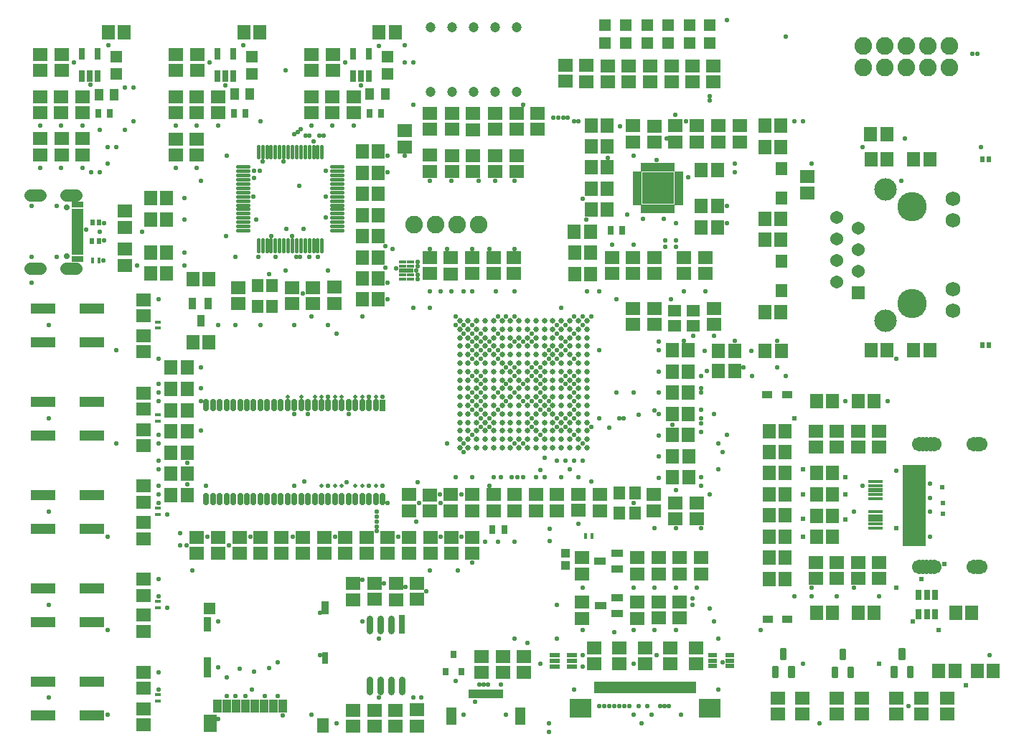
<source format=gbr>
G04 EAGLE Gerber RS-274X export*
G75*
%MOMM*%
%FSLAX34Y34*%
%LPD*%
%INSoldermask Top*%
%IPPOS*%
%AMOC8*
5,1,8,0,0,1.08239X$1,22.5*%
G01*
%ADD10R,1.703200X1.503200*%
%ADD11R,1.503200X1.703200*%
%ADD12R,1.753200X0.603200*%
%ADD13R,0.878200X0.403200*%
%ADD14R,0.603200X0.703200*%
%ADD15R,0.453200X0.703200*%
%ADD16R,1.003200X1.003200*%
%ADD17R,1.053200X0.503200*%
%ADD18R,0.503200X1.053200*%
%ADD19R,3.803200X3.803200*%
%ADD20R,1.003200X1.603200*%
%ADD21R,1.353200X0.653200*%
%ADD22R,1.553200X2.003200*%
%ADD23R,0.853200X2.343200*%
%ADD24R,0.853200X1.803200*%
%ADD25R,0.853200X1.503200*%
%ADD26R,0.803200X1.353200*%
%ADD27R,1.363200X1.703200*%
%ADD28R,1.538200X1.538200*%
%ADD29C,1.538200*%
%ADD30C,1.733200*%
%ADD31C,2.648200*%
%ADD32C,3.453200*%
%ADD33C,2.082800*%
%ADD34R,1.003200X1.403200*%
%ADD35R,1.403200X1.403200*%
%ADD36R,0.762200X0.927200*%
%ADD37C,0.353406*%
%ADD38R,2.953200X1.203200*%
%ADD39C,0.653200*%
%ADD40R,0.703200X0.453200*%
%ADD41C,1.203200*%
%ADD42R,0.503200X1.103200*%
%ADD43R,1.303200X2.003200*%
%ADD44R,0.903200X1.453200*%
%ADD45R,1.603200X1.403200*%
%ADD46R,1.403200X1.603200*%
%ADD47R,1.453200X0.903200*%
%ADD48R,2.603200X2.203200*%
%ADD49R,0.503200X1.453200*%
%ADD50R,0.983200X0.553200*%
%ADD51R,1.203200X0.953200*%
%ADD52R,2.803200X0.503200*%
%ADD53C,1.703200*%
%ADD54R,0.735200X1.275200*%
%ADD55R,0.803200X1.403200*%
%ADD56C,0.453200*%
%ADD57R,0.801200X2.208200*%
%ADD58C,0.801200*%
%ADD59R,1.203200X0.603200*%
%ADD60R,0.803200X1.003200*%
%ADD61C,1.403200*%
%ADD62R,1.353200X0.803200*%
%ADD63R,1.353200X0.503200*%
%ADD64C,0.703200*%
%ADD65R,0.689200X1.409200*%
%ADD66C,0.689200*%
%ADD67R,1.403200X1.503200*%
%ADD68C,0.556400*%
%ADD69C,0.506400*%
%ADD70C,0.606400*%


D10*
X360200Y750400D03*
X360200Y769400D03*
D11*
X439000Y704700D03*
X420000Y704700D03*
X919300Y374700D03*
X900300Y374700D03*
X919300Y350200D03*
X900300Y350200D03*
X919300Y325200D03*
X900300Y325200D03*
X919300Y300200D03*
X900300Y300200D03*
X919300Y275200D03*
X900300Y275200D03*
X919300Y250200D03*
X900300Y250200D03*
X919300Y225200D03*
X900300Y225200D03*
X919300Y200200D03*
X900300Y200200D03*
X189100Y649700D03*
X170100Y649700D03*
X189100Y624700D03*
X170100Y624700D03*
X194500Y449600D03*
X213500Y449600D03*
X194500Y424600D03*
X213500Y424600D03*
D10*
X274200Y524900D03*
X274200Y543900D03*
X337200Y524900D03*
X337200Y543900D03*
X200200Y750400D03*
X200200Y769400D03*
X224900Y750500D03*
X224900Y769500D03*
X249700Y750400D03*
X249700Y769400D03*
X384900Y750500D03*
X384900Y769500D03*
X469900Y710000D03*
X469900Y729000D03*
D11*
X859500Y445400D03*
X840500Y445400D03*
X805000Y444900D03*
X786000Y444900D03*
D10*
X674900Y281000D03*
X674900Y300000D03*
D11*
X805300Y320200D03*
X786300Y320200D03*
X805300Y344700D03*
X786300Y344700D03*
D10*
X524700Y280700D03*
X524700Y299700D03*
X524800Y579300D03*
X524800Y560300D03*
X549747Y579489D03*
X549747Y560489D03*
X409700Y750400D03*
X409700Y769400D03*
X39700Y700700D03*
X39700Y719700D03*
X475200Y280700D03*
X475200Y299700D03*
X575046Y280774D03*
X575046Y299774D03*
X90200Y700900D03*
X90200Y719900D03*
X65200Y700900D03*
X65200Y719900D03*
X40200Y750400D03*
X40200Y769400D03*
D11*
X820200Y640300D03*
X839200Y640300D03*
X914600Y469700D03*
X895600Y469700D03*
X859300Y469700D03*
X840300Y469700D03*
D10*
X739800Y734800D03*
X739800Y715800D03*
X64900Y750500D03*
X64900Y769500D03*
X824700Y560700D03*
X824700Y579700D03*
D11*
X670900Y560300D03*
X689900Y560300D03*
X670700Y585300D03*
X689700Y585300D03*
X670400Y610300D03*
X689400Y610300D03*
D10*
X599850Y280757D03*
X599850Y299757D03*
X649815Y280732D03*
X649815Y299732D03*
X624850Y280757D03*
X624850Y299757D03*
D11*
X420200Y530300D03*
X439200Y530300D03*
D10*
X161800Y529800D03*
X161800Y510800D03*
X162300Y419800D03*
X162300Y400800D03*
X89700Y750400D03*
X89700Y769400D03*
X162300Y309800D03*
X162300Y290800D03*
X162300Y199800D03*
X162300Y180800D03*
X162300Y90300D03*
X162300Y71300D03*
X250300Y249300D03*
X250300Y230300D03*
X764200Y280700D03*
X764200Y299700D03*
X484200Y26700D03*
X484200Y45700D03*
D11*
X189100Y585200D03*
X170100Y585200D03*
X239300Y553700D03*
X220300Y553700D03*
D10*
X835200Y500400D03*
X835200Y519400D03*
X765200Y500400D03*
X765200Y519400D03*
D11*
X1039000Y724700D03*
X1020000Y724700D03*
X189100Y560700D03*
X170100Y560700D03*
D10*
X944800Y674800D03*
X944800Y655800D03*
X549700Y280700D03*
X549700Y299700D03*
X744700Y206400D03*
X744700Y225400D03*
X769700Y206200D03*
X769700Y225200D03*
X679700Y206200D03*
X679700Y225200D03*
X744700Y153900D03*
X744700Y172900D03*
D11*
X439100Y679700D03*
X420100Y679700D03*
D10*
X769700Y154200D03*
X769700Y173200D03*
X679700Y153700D03*
X679700Y172700D03*
X794700Y206400D03*
X794700Y225400D03*
X819700Y206200D03*
X819700Y225200D03*
X794700Y154200D03*
X794700Y173200D03*
D11*
X1024100Y409700D03*
X1005100Y409700D03*
X974800Y409700D03*
X955800Y409700D03*
X1024100Y160200D03*
X1005100Y160200D03*
X974800Y160200D03*
X955800Y160200D03*
D10*
X955200Y200700D03*
X955200Y219700D03*
D12*
X472200Y564300D03*
D13*
X467820Y574300D03*
X467820Y569300D03*
X467820Y559300D03*
X467820Y554300D03*
X476580Y554300D03*
X476580Y559300D03*
X476580Y569300D03*
X476580Y574300D03*
D14*
X101600Y621100D03*
X109600Y621100D03*
X101300Y599100D03*
X109300Y599100D03*
D15*
X683350Y250800D03*
X690850Y250800D03*
D16*
X660100Y230500D03*
X660100Y216500D03*
D17*
X793300Y643900D03*
X793300Y648900D03*
X793300Y653900D03*
X793300Y658900D03*
X793300Y663900D03*
X793300Y668900D03*
X793300Y673900D03*
X793300Y678900D03*
D18*
X786300Y685900D03*
X781300Y685900D03*
X776300Y685900D03*
X771300Y685900D03*
X766300Y685900D03*
X761300Y685900D03*
X756300Y685900D03*
X751300Y685900D03*
D17*
X744300Y678900D03*
X744300Y673900D03*
X744300Y668900D03*
X744300Y663900D03*
X744300Y658900D03*
X744300Y653900D03*
X744300Y648900D03*
X744300Y643900D03*
D18*
X751300Y636900D03*
X756300Y636900D03*
X761300Y636900D03*
X766300Y636900D03*
X771300Y636900D03*
X776300Y636900D03*
X781300Y636900D03*
X786300Y636900D03*
D19*
X768800Y661400D03*
D20*
X326450Y50400D03*
X315440Y50400D03*
X304440Y50400D03*
X293440Y50400D03*
X282440Y50400D03*
X271440Y50400D03*
X260440Y50400D03*
X249440Y50400D03*
D21*
X239790Y168650D03*
X239790Y162050D03*
D22*
X240800Y29900D03*
D23*
X237290Y96200D03*
D24*
X237290Y147000D03*
D25*
X376300Y166400D03*
D26*
X376550Y107150D03*
D27*
X373740Y27400D03*
D28*
X1004900Y538100D03*
D29*
X979500Y550800D03*
X1004900Y563500D03*
X979500Y576200D03*
X1004900Y588900D03*
X979500Y601600D03*
X1004900Y614300D03*
X979500Y627000D03*
D30*
X1117400Y516350D03*
X1117400Y541750D03*
X1117400Y648850D03*
X1117400Y623450D03*
D31*
X1037900Y505150D03*
X1037900Y660050D03*
D32*
X1068400Y639750D03*
X1068400Y525450D03*
D33*
X557495Y618508D03*
X532095Y618508D03*
X506695Y618508D03*
X481295Y618508D03*
X1112997Y828994D03*
X1112997Y803594D03*
X1087597Y828994D03*
X1087597Y803594D03*
X1062197Y828994D03*
X1062197Y803594D03*
X1036797Y828994D03*
X1036797Y803594D03*
X1011397Y828994D03*
X1011397Y803594D03*
D34*
X109500Y771800D03*
X127500Y771800D03*
X269500Y772300D03*
X287500Y772300D03*
D35*
X450100Y816900D03*
X450100Y795900D03*
X706200Y832500D03*
X706200Y853500D03*
X730700Y832500D03*
X730700Y853500D03*
X756200Y832500D03*
X756200Y853500D03*
X780700Y832500D03*
X780700Y853500D03*
X806200Y832500D03*
X806200Y853500D03*
X830200Y832400D03*
X830200Y853400D03*
X130100Y816900D03*
X130100Y795900D03*
X290100Y816900D03*
X290100Y795900D03*
D36*
X518300Y91260D03*
X537300Y91260D03*
X527800Y110940D03*
D37*
X909849Y95899D02*
X909849Y85101D01*
X905351Y85101D01*
X905351Y95899D01*
X909849Y95899D01*
X909849Y88458D02*
X905351Y88458D01*
X905351Y91815D02*
X909849Y91815D01*
X909849Y95172D02*
X905351Y95172D01*
X928849Y95899D02*
X928849Y85101D01*
X924351Y85101D01*
X924351Y95899D01*
X928849Y95899D01*
X928849Y88458D02*
X924351Y88458D01*
X924351Y91815D02*
X928849Y91815D01*
X928849Y95172D02*
X924351Y95172D01*
X919349Y106301D02*
X919349Y117099D01*
X919349Y106301D02*
X914851Y106301D01*
X914851Y117099D01*
X919349Y117099D01*
X919349Y109658D02*
X914851Y109658D01*
X914851Y113015D02*
X919349Y113015D01*
X919349Y116372D02*
X914851Y116372D01*
X1049849Y95699D02*
X1049849Y84901D01*
X1045351Y84901D01*
X1045351Y95699D01*
X1049849Y95699D01*
X1049849Y88258D02*
X1045351Y88258D01*
X1045351Y91615D02*
X1049849Y91615D01*
X1049849Y94972D02*
X1045351Y94972D01*
X1068849Y95699D02*
X1068849Y84901D01*
X1064351Y84901D01*
X1064351Y95699D01*
X1068849Y95699D01*
X1068849Y88258D02*
X1064351Y88258D01*
X1064351Y91615D02*
X1068849Y91615D01*
X1068849Y94972D02*
X1064351Y94972D01*
X1059349Y106101D02*
X1059349Y116899D01*
X1059349Y106101D02*
X1054851Y106101D01*
X1054851Y116899D01*
X1059349Y116899D01*
X1059349Y109458D02*
X1054851Y109458D01*
X1054851Y112815D02*
X1059349Y112815D01*
X1059349Y116172D02*
X1054851Y116172D01*
X979849Y95499D02*
X979849Y84701D01*
X975351Y84701D01*
X975351Y95499D01*
X979849Y95499D01*
X979849Y88058D02*
X975351Y88058D01*
X975351Y91415D02*
X979849Y91415D01*
X979849Y94772D02*
X975351Y94772D01*
X998849Y95499D02*
X998849Y84701D01*
X994351Y84701D01*
X994351Y95499D01*
X998849Y95499D01*
X998849Y88058D02*
X994351Y88058D01*
X994351Y91415D02*
X998849Y91415D01*
X998849Y94772D02*
X994351Y94772D01*
X989349Y105901D02*
X989349Y116699D01*
X989349Y105901D02*
X984851Y105901D01*
X984851Y116699D01*
X989349Y116699D01*
X989349Y109258D02*
X984851Y109258D01*
X984851Y112615D02*
X989349Y112615D01*
X989349Y115972D02*
X984851Y115972D01*
D11*
X439100Y554700D03*
X420100Y554700D03*
D10*
X140200Y615400D03*
X140200Y634400D03*
D11*
X1039300Y695200D03*
X1020300Y695200D03*
D10*
X764700Y715700D03*
X764700Y734700D03*
D11*
X1039300Y470200D03*
X1020300Y470200D03*
D10*
X799800Y579800D03*
X799800Y560800D03*
D11*
X914300Y515200D03*
X895300Y515200D03*
X914300Y600200D03*
X895300Y600200D03*
X914300Y625200D03*
X895300Y625200D03*
X914300Y710200D03*
X895300Y710200D03*
D10*
X814800Y734800D03*
X814800Y715800D03*
X789800Y734800D03*
X789800Y715800D03*
X140200Y570400D03*
X140200Y589400D03*
D11*
X690200Y735300D03*
X709200Y735300D03*
X690200Y685800D03*
X709200Y685800D03*
X690200Y660800D03*
X709200Y660800D03*
X690200Y636300D03*
X709200Y636300D03*
D10*
X739700Y500700D03*
X739700Y519700D03*
X765200Y560700D03*
X765200Y579700D03*
D11*
X690200Y710800D03*
X709200Y710800D03*
D10*
X865300Y734800D03*
X865300Y715800D03*
X840300Y734800D03*
X840300Y715800D03*
X753700Y100200D03*
X753700Y119200D03*
D11*
X459100Y845200D03*
X440100Y845200D03*
D10*
X723700Y100200D03*
X723700Y119200D03*
X693700Y100200D03*
X693700Y119200D03*
X783700Y100200D03*
X783700Y119200D03*
X813700Y100200D03*
X813700Y119200D03*
X955200Y355700D03*
X955200Y374700D03*
X980200Y355700D03*
X980200Y374700D03*
X1005200Y355700D03*
X1005200Y374700D03*
X1030200Y355700D03*
X1030200Y374700D03*
D11*
X974800Y325200D03*
X955800Y325200D03*
X974800Y300200D03*
X955800Y300200D03*
D10*
X789700Y270900D03*
X789700Y289900D03*
D11*
X974800Y274700D03*
X955800Y274700D03*
X974800Y249700D03*
X955800Y249700D03*
D10*
X1030200Y200700D03*
X1030200Y219700D03*
X979800Y219800D03*
X979800Y200800D03*
X1005300Y219800D03*
X1005300Y200800D03*
D11*
X1119300Y91700D03*
X1100300Y91700D03*
X1139300Y160200D03*
X1120300Y160200D03*
X1145700Y91800D03*
X1164700Y91800D03*
D10*
X1110200Y40700D03*
X1110200Y59700D03*
X1009700Y40700D03*
X1009700Y59700D03*
X714800Y579600D03*
X714800Y560600D03*
X939700Y40700D03*
X939700Y59700D03*
X1050200Y40700D03*
X1050200Y59700D03*
X979700Y40700D03*
X979700Y59700D03*
X910200Y40700D03*
X910200Y59700D03*
X1079700Y40700D03*
X1079700Y59700D03*
X739800Y579600D03*
X739800Y560600D03*
D11*
X139300Y845700D03*
X120300Y845700D03*
X299300Y845200D03*
X280300Y845200D03*
D10*
X627200Y730900D03*
X627200Y749900D03*
X709700Y786900D03*
X709700Y805900D03*
X659700Y787400D03*
X659700Y806400D03*
X684800Y806100D03*
X684800Y787100D03*
X362200Y525100D03*
X362200Y544100D03*
X734800Y805600D03*
X734800Y786600D03*
X759800Y805600D03*
X759800Y786600D03*
X784800Y805600D03*
X784800Y786600D03*
X809800Y805600D03*
X809800Y786600D03*
X834300Y805600D03*
X834300Y786600D03*
X161800Y487100D03*
X161800Y468100D03*
X162300Y376600D03*
X162300Y357600D03*
X162300Y266600D03*
X162300Y247600D03*
X162300Y157600D03*
X162300Y138600D03*
X162300Y47100D03*
X162300Y28100D03*
X387200Y525300D03*
X387200Y544300D03*
X300300Y249600D03*
X300300Y230600D03*
X350300Y249600D03*
X350300Y230600D03*
X400300Y249600D03*
X400300Y230600D03*
X450300Y249600D03*
X450300Y230600D03*
X500300Y249600D03*
X500300Y230600D03*
X224800Y249600D03*
X224800Y230600D03*
X700200Y280900D03*
X700200Y299900D03*
X602200Y730900D03*
X602200Y749900D03*
X576700Y730900D03*
X576700Y749900D03*
X360200Y800200D03*
X360200Y819200D03*
X525700Y730900D03*
X525700Y749900D03*
X499700Y730900D03*
X499700Y749900D03*
X602200Y680900D03*
X602200Y699900D03*
X576700Y680900D03*
X576700Y699900D03*
X525700Y680900D03*
X525700Y699900D03*
X499700Y681400D03*
X499700Y700400D03*
X375300Y249600D03*
X375300Y230600D03*
X425300Y249600D03*
X425300Y230600D03*
X475300Y249600D03*
X475300Y230600D03*
X385200Y800200D03*
X385200Y819200D03*
X525300Y249600D03*
X525300Y230600D03*
X459300Y45600D03*
X459300Y26600D03*
X434300Y45600D03*
X434300Y26600D03*
X459700Y175900D03*
X459700Y194900D03*
X409200Y175900D03*
X409200Y194900D03*
X434800Y195100D03*
X434800Y176100D03*
X484300Y195100D03*
X484300Y176100D03*
X409200Y26400D03*
X409200Y45400D03*
X560800Y109100D03*
X560800Y90100D03*
X610700Y89900D03*
X610700Y108900D03*
X40200Y800200D03*
X40200Y819200D03*
X585800Y109100D03*
X585800Y90100D03*
X65200Y800200D03*
X65200Y819200D03*
X200200Y800200D03*
X200200Y819200D03*
D11*
X239100Y479200D03*
X220100Y479200D03*
D10*
X225200Y800400D03*
X225200Y819400D03*
D11*
X439100Y604700D03*
X420100Y604700D03*
X439100Y629700D03*
X420100Y629700D03*
X439100Y654700D03*
X420100Y654700D03*
X439100Y579200D03*
X420100Y579200D03*
X1089600Y470200D03*
X1070600Y470200D03*
X1089600Y695200D03*
X1070600Y695200D03*
X839300Y615200D03*
X820300Y615200D03*
X839100Y682700D03*
X820100Y682700D03*
X914100Y735200D03*
X895100Y735200D03*
D10*
X550100Y249500D03*
X550100Y230500D03*
D38*
X101050Y479100D03*
X43550Y479100D03*
X101050Y519100D03*
X43550Y519100D03*
X101250Y369100D03*
X43750Y369100D03*
X101250Y409100D03*
X43750Y409100D03*
X100950Y259100D03*
X43450Y259100D03*
X100950Y299100D03*
X43450Y299100D03*
X101150Y149100D03*
X43650Y149100D03*
X101150Y189100D03*
X43650Y189100D03*
X101350Y39100D03*
X43850Y39100D03*
X101350Y79100D03*
X43850Y79100D03*
D39*
X535000Y505000D03*
X545000Y505000D03*
X555000Y505000D03*
X565000Y505000D03*
X575000Y505000D03*
X585000Y505000D03*
X595000Y505000D03*
X605000Y505000D03*
X615000Y505000D03*
X625000Y505000D03*
X635000Y505000D03*
X645000Y505000D03*
X655000Y505000D03*
X665000Y505000D03*
X675000Y505000D03*
X685000Y505000D03*
X535000Y495000D03*
X545000Y495000D03*
X555000Y495000D03*
X565000Y495000D03*
X575000Y495000D03*
X585000Y495000D03*
X595000Y495000D03*
X605000Y495000D03*
X615000Y495000D03*
X625000Y495000D03*
X635000Y495000D03*
X645000Y495000D03*
X655000Y495000D03*
X665000Y495000D03*
X675000Y495000D03*
X685000Y495000D03*
X535000Y485000D03*
X545000Y485000D03*
X555000Y485000D03*
X565000Y485000D03*
X575000Y485000D03*
X585000Y485000D03*
X595000Y485000D03*
X605000Y485000D03*
X615000Y485000D03*
X625000Y485000D03*
X635000Y485000D03*
X645000Y485000D03*
X655000Y485000D03*
X665000Y485000D03*
X675000Y485000D03*
X685000Y485000D03*
X535000Y475000D03*
X545000Y475000D03*
X555000Y475000D03*
X565000Y475000D03*
X575000Y475000D03*
X585000Y475000D03*
X595000Y475000D03*
X605000Y475000D03*
X615000Y475000D03*
X625000Y475000D03*
X635000Y475000D03*
X645000Y475000D03*
X655000Y475000D03*
X665000Y475000D03*
X675000Y475000D03*
X685000Y475000D03*
X535000Y465000D03*
X545000Y465000D03*
X555000Y465000D03*
X565000Y465000D03*
X575000Y465000D03*
X585000Y465000D03*
X595000Y465000D03*
X605000Y465000D03*
X615000Y465000D03*
X625000Y465000D03*
X635000Y465000D03*
X645000Y465000D03*
X655000Y465000D03*
X665000Y465000D03*
X675000Y465000D03*
X685000Y465000D03*
X535000Y455000D03*
X545000Y455000D03*
X555000Y455000D03*
X565000Y455000D03*
X575000Y455000D03*
X585000Y455000D03*
X595000Y455000D03*
X605000Y455000D03*
X615000Y455000D03*
X625000Y455000D03*
X635000Y455000D03*
X645000Y455000D03*
X655000Y455000D03*
X665000Y455000D03*
X675000Y455000D03*
X685000Y455000D03*
X535000Y445000D03*
X545000Y445000D03*
X555000Y445000D03*
X565000Y445000D03*
X575000Y445000D03*
X585000Y445000D03*
X595000Y445000D03*
X605000Y445000D03*
X615000Y445000D03*
X625000Y445000D03*
X635000Y445000D03*
X645000Y445000D03*
X655000Y445000D03*
X665000Y445000D03*
X675000Y445000D03*
X685000Y445000D03*
X535000Y435000D03*
X545000Y435000D03*
X555000Y435000D03*
X565000Y435000D03*
X575000Y435000D03*
X585000Y435000D03*
X595000Y435000D03*
X605000Y435000D03*
X615000Y435000D03*
X625000Y435000D03*
X635000Y435000D03*
X645000Y435000D03*
X655000Y435000D03*
X665000Y435000D03*
X675000Y435000D03*
X685000Y435000D03*
X535000Y425000D03*
X545000Y425000D03*
X555000Y425000D03*
X565000Y425000D03*
X575000Y425000D03*
X585000Y425000D03*
X595000Y425000D03*
X605000Y425000D03*
X615000Y425000D03*
X625000Y425000D03*
X635000Y425000D03*
X645000Y425000D03*
X655000Y425000D03*
X665000Y425000D03*
X675000Y425000D03*
X685000Y425000D03*
X535000Y415000D03*
X545000Y415000D03*
X555000Y415000D03*
X565000Y415000D03*
X575000Y415000D03*
X585000Y415000D03*
X595000Y415000D03*
X605000Y415000D03*
X615000Y415000D03*
X625000Y415000D03*
X635000Y415000D03*
X645000Y415000D03*
X655000Y415000D03*
X665000Y415000D03*
X675000Y415000D03*
X685000Y415000D03*
X535000Y405000D03*
X545000Y405000D03*
X555000Y405000D03*
X565000Y405000D03*
X575000Y405000D03*
X585000Y405000D03*
X595000Y405000D03*
X605000Y405000D03*
X615000Y405000D03*
X625000Y405000D03*
X635000Y405000D03*
X645000Y405000D03*
X655000Y405000D03*
X665000Y405000D03*
X675000Y405000D03*
X685000Y405000D03*
X535000Y395000D03*
X545000Y395000D03*
X555000Y395000D03*
X565000Y395000D03*
X575000Y395000D03*
X585000Y395000D03*
X595000Y395000D03*
X605000Y395000D03*
X615000Y395000D03*
X625000Y395000D03*
X635000Y395000D03*
X645000Y395000D03*
X655000Y395000D03*
X665000Y395000D03*
X675000Y395000D03*
X685000Y395000D03*
X535000Y385000D03*
X545000Y385000D03*
X555000Y385000D03*
X565000Y385000D03*
X575000Y385000D03*
X585000Y385000D03*
X595000Y385000D03*
X605000Y385000D03*
X615000Y385000D03*
X625000Y385000D03*
X635000Y385000D03*
X645000Y385000D03*
X655000Y385000D03*
X665000Y385000D03*
X675000Y385000D03*
X685000Y385000D03*
X535000Y375000D03*
X545000Y375000D03*
X555000Y375000D03*
X565000Y375000D03*
X575000Y375000D03*
X585000Y375000D03*
X595000Y375000D03*
X605000Y375000D03*
X615000Y375000D03*
X625000Y375000D03*
X635000Y375000D03*
X645000Y375000D03*
X655000Y375000D03*
X665000Y375000D03*
X675000Y375000D03*
X685000Y375000D03*
X535000Y365000D03*
X545000Y365000D03*
X555000Y365000D03*
X565000Y365000D03*
X575000Y365000D03*
X585000Y365000D03*
X595000Y365000D03*
X605000Y365000D03*
X615000Y365000D03*
X625000Y365000D03*
X635000Y365000D03*
X645000Y365000D03*
X655000Y365000D03*
X665000Y365000D03*
X675000Y365000D03*
X685000Y365000D03*
X535000Y355000D03*
X545000Y355000D03*
X555000Y355000D03*
X565000Y355000D03*
X575000Y355000D03*
X585000Y355000D03*
X595000Y355000D03*
X605000Y355000D03*
X615000Y355000D03*
X625000Y355000D03*
X635000Y355000D03*
X645000Y355000D03*
X655000Y355000D03*
X665000Y355000D03*
X675000Y355000D03*
X685000Y355000D03*
D40*
X178900Y173750D03*
X178900Y166250D03*
X178900Y63650D03*
X178900Y56150D03*
D41*
X551300Y775100D03*
X551300Y851300D03*
X525900Y775100D03*
X525900Y851300D03*
X500500Y775100D03*
X500500Y851300D03*
X576700Y775100D03*
X576700Y851300D03*
X602100Y775100D03*
X602100Y851300D03*
D42*
X548400Y64700D03*
X553400Y64700D03*
X558400Y64700D03*
X563400Y64700D03*
X568400Y64700D03*
X573400Y64700D03*
X578400Y64700D03*
X583400Y64700D03*
D43*
X525400Y38200D03*
X606400Y38200D03*
D44*
X219500Y525100D03*
X238500Y525100D03*
X229500Y505100D03*
D45*
X810750Y516450D03*
X810750Y498950D03*
X788250Y498950D03*
X788250Y516450D03*
D46*
X914600Y650100D03*
X914600Y684700D03*
X914400Y575100D03*
X914400Y540500D03*
D47*
X720800Y211600D03*
X720800Y230600D03*
X700800Y221100D03*
X721100Y159100D03*
X721100Y178100D03*
X701100Y168600D03*
D48*
X830400Y47300D03*
X677400Y47300D03*
D49*
X761400Y72400D03*
X766400Y72400D03*
X771400Y72400D03*
X776400Y72400D03*
X781400Y72400D03*
X786400Y72400D03*
X791400Y72400D03*
X796400Y72400D03*
X801400Y72400D03*
X806400Y72400D03*
X711400Y72400D03*
X716400Y72400D03*
X721400Y72400D03*
X726400Y72400D03*
X731400Y72400D03*
X736400Y72400D03*
X741400Y72400D03*
X746400Y72400D03*
X751400Y72400D03*
X756400Y72400D03*
X706400Y72400D03*
X811400Y72400D03*
X701400Y72400D03*
X696400Y72400D03*
D50*
X833600Y110400D03*
X833600Y103900D03*
X833600Y97400D03*
X853600Y97400D03*
X853600Y103900D03*
X853600Y110400D03*
D51*
X921630Y417300D03*
X898170Y417300D03*
X921730Y152300D03*
X898270Y152300D03*
D52*
X1071000Y287000D03*
X1071000Y282000D03*
X1071000Y277000D03*
X1071000Y272000D03*
X1071000Y267000D03*
X1071000Y262000D03*
X1071000Y257000D03*
X1071000Y252000D03*
X1071000Y247000D03*
X1071000Y242000D03*
X1071000Y292000D03*
X1071000Y297000D03*
X1071000Y302000D03*
X1071000Y307000D03*
X1071000Y312000D03*
X1071000Y317000D03*
X1071000Y322000D03*
X1071000Y327000D03*
X1071000Y332000D03*
D53*
X1086000Y214500D03*
X1077000Y214500D03*
X1095000Y214500D03*
X1090500Y214500D03*
X1081500Y214500D03*
X1145500Y214500D03*
X1141500Y214500D03*
X1149500Y214500D03*
X1086000Y359500D03*
X1077000Y359500D03*
X1095000Y359500D03*
X1090500Y359500D03*
X1081500Y359500D03*
X1145500Y359500D03*
X1141500Y359500D03*
X1149500Y359500D03*
D54*
X1095800Y181690D03*
X1086300Y181690D03*
X1076800Y181690D03*
X1076800Y158710D03*
X1086300Y158710D03*
X1095800Y158710D03*
D55*
X428300Y819500D03*
X409300Y819500D03*
X409300Y793500D03*
X418800Y793500D03*
X428300Y793500D03*
X108200Y820000D03*
X89200Y820000D03*
X89200Y794000D03*
X98700Y794000D03*
X108200Y794000D03*
X268100Y819500D03*
X249100Y819500D03*
X249100Y793500D03*
X258600Y793500D03*
X268100Y793500D03*
D15*
X101850Y575900D03*
X109350Y575900D03*
D40*
X178900Y503550D03*
X178900Y496050D03*
X178900Y393950D03*
X178900Y386450D03*
X178900Y283850D03*
X178900Y276350D03*
D56*
X273050Y611600D02*
X286050Y611600D01*
X286050Y616600D02*
X273050Y616600D01*
X273050Y621600D02*
X286050Y621600D01*
X286050Y626600D02*
X273050Y626600D01*
X273050Y631600D02*
X286050Y631600D01*
X286050Y636600D02*
X273050Y636600D01*
X273050Y641600D02*
X286050Y641600D01*
X286050Y646600D02*
X273050Y646600D01*
X273050Y651600D02*
X286050Y651600D01*
X286050Y656600D02*
X273050Y656600D01*
X273050Y661600D02*
X286050Y661600D01*
X286050Y666600D02*
X273050Y666600D01*
X273050Y671600D02*
X286050Y671600D01*
X286050Y676600D02*
X273050Y676600D01*
X273050Y681600D02*
X286050Y681600D01*
X286050Y686600D02*
X273050Y686600D01*
X297300Y697850D02*
X297300Y710850D01*
X302300Y710850D02*
X302300Y697850D01*
X307300Y697850D02*
X307300Y710850D01*
X312300Y710850D02*
X312300Y697850D01*
X317300Y697850D02*
X317300Y710850D01*
X322300Y710850D02*
X322300Y697850D01*
X327300Y697850D02*
X327300Y710850D01*
X332300Y710850D02*
X332300Y697850D01*
X337300Y697850D02*
X337300Y710850D01*
X342300Y710850D02*
X342300Y697850D01*
X347300Y697850D02*
X347300Y710850D01*
X352300Y710850D02*
X352300Y697850D01*
X357300Y697850D02*
X357300Y710850D01*
X362300Y710850D02*
X362300Y697850D01*
X367300Y697850D02*
X367300Y710850D01*
X372300Y710850D02*
X372300Y697850D01*
X383550Y686600D02*
X396550Y686600D01*
X396550Y681600D02*
X383550Y681600D01*
X383550Y676600D02*
X396550Y676600D01*
X396550Y671600D02*
X383550Y671600D01*
X383550Y666600D02*
X396550Y666600D01*
X396550Y661600D02*
X383550Y661600D01*
X383550Y656600D02*
X396550Y656600D01*
X396550Y651600D02*
X383550Y651600D01*
X383550Y646600D02*
X396550Y646600D01*
X396550Y641600D02*
X383550Y641600D01*
X383550Y636600D02*
X396550Y636600D01*
X396550Y631600D02*
X383550Y631600D01*
X383550Y626600D02*
X396550Y626600D01*
X396550Y621600D02*
X383550Y621600D01*
X383550Y616600D02*
X396550Y616600D01*
X396550Y611600D02*
X383550Y611600D01*
X372300Y600350D02*
X372300Y587350D01*
X367300Y587350D02*
X367300Y600350D01*
X362300Y600350D02*
X362300Y587350D01*
X357300Y587350D02*
X357300Y600350D01*
X352300Y600350D02*
X352300Y587350D01*
X347300Y587350D02*
X347300Y600350D01*
X342300Y600350D02*
X342300Y587350D01*
X337300Y587350D02*
X337300Y600350D01*
X332300Y600350D02*
X332300Y587350D01*
X327300Y587350D02*
X327300Y600350D01*
X322300Y600350D02*
X322300Y587350D01*
X317300Y587350D02*
X317300Y600350D01*
X312300Y600350D02*
X312300Y587350D01*
X307300Y587350D02*
X307300Y600350D01*
X302300Y600350D02*
X302300Y587350D01*
X297300Y587350D02*
X297300Y600350D01*
D57*
X467250Y146500D03*
D58*
X454550Y153535D02*
X454550Y139465D01*
X441850Y139465D02*
X441850Y153535D01*
X429150Y153535D02*
X429150Y139465D01*
X429150Y81535D02*
X429150Y67465D01*
X441850Y67465D02*
X441850Y81535D01*
X454550Y81535D02*
X454550Y67465D01*
X467250Y67465D02*
X467250Y81535D01*
D59*
X647500Y110100D03*
X647500Y103600D03*
X647500Y97100D03*
X667500Y97100D03*
X667500Y103600D03*
X667500Y110100D03*
D10*
X325000Y230500D03*
X325000Y249500D03*
X275500Y230500D03*
X275500Y249500D03*
D60*
X428500Y749500D03*
X442500Y749500D03*
X108500Y749500D03*
X122500Y749500D03*
X268500Y749500D03*
X282500Y749500D03*
D34*
X429000Y772500D03*
X447000Y772500D03*
D14*
X1151500Y476500D03*
X1159500Y476500D03*
X1151500Y695000D03*
X1159500Y695000D03*
D12*
X1025500Y305000D03*
D13*
X1021120Y315000D03*
X1021120Y310000D03*
X1021120Y300000D03*
X1021120Y295000D03*
X1029880Y295000D03*
X1029880Y300000D03*
X1029880Y310000D03*
X1029880Y315000D03*
D12*
X1025500Y270000D03*
D13*
X1021120Y280000D03*
X1021120Y275000D03*
X1021120Y265000D03*
X1021120Y260000D03*
X1029880Y260000D03*
X1029880Y265000D03*
X1029880Y275000D03*
X1029880Y280000D03*
D61*
X82500Y653200D02*
X70500Y653200D01*
X70500Y566800D02*
X82500Y566800D01*
X40500Y653200D02*
X28500Y653200D01*
X28500Y566800D02*
X40500Y566800D01*
D62*
X84250Y642000D03*
X84250Y578000D03*
X84250Y634000D03*
X84250Y586000D03*
D63*
X84250Y627500D03*
X84250Y592500D03*
X84250Y622500D03*
X84250Y597500D03*
X84250Y617500D03*
X84250Y602500D03*
X84250Y612500D03*
X84250Y607500D03*
D64*
X71500Y639000D03*
X71500Y581000D03*
D11*
X805000Y370000D03*
X786000Y370000D03*
X805000Y420000D03*
X786000Y420000D03*
D10*
X500000Y280500D03*
X500000Y299500D03*
X225000Y700500D03*
X225000Y719500D03*
X500000Y579500D03*
X500000Y560500D03*
D11*
X805000Y470000D03*
X786000Y470000D03*
X804813Y395095D03*
X785813Y395095D03*
D10*
X200000Y700500D03*
X200000Y719500D03*
X575000Y579500D03*
X575000Y560500D03*
D60*
X727000Y611500D03*
X713000Y611500D03*
X573500Y258500D03*
X587500Y258500D03*
D65*
X444000Y405300D03*
D66*
X436000Y408900D02*
X436000Y401700D01*
X428000Y401700D02*
X428000Y408900D01*
X420000Y408900D02*
X420000Y401700D01*
X412000Y401700D02*
X412000Y408900D01*
X404000Y408900D02*
X404000Y401700D01*
X396000Y401700D02*
X396000Y408900D01*
X388000Y408900D02*
X388000Y401700D01*
X380000Y401700D02*
X380000Y408900D01*
X372000Y408900D02*
X372000Y401700D01*
X364000Y401700D02*
X364000Y408900D01*
X356000Y408900D02*
X356000Y401700D01*
X348000Y401700D02*
X348000Y408900D01*
X340000Y408900D02*
X340000Y401700D01*
X332000Y401700D02*
X332000Y408900D01*
X324000Y408900D02*
X324000Y401700D01*
X316000Y401700D02*
X316000Y408900D01*
X308000Y408900D02*
X308000Y401700D01*
X300000Y401700D02*
X300000Y408900D01*
X292000Y408900D02*
X292000Y401700D01*
X284000Y401700D02*
X284000Y408900D01*
X276000Y408900D02*
X276000Y401700D01*
X268000Y401700D02*
X268000Y408900D01*
X260000Y408900D02*
X260000Y401700D01*
X252000Y401700D02*
X252000Y408900D01*
X244000Y408900D02*
X244000Y401700D01*
X236000Y401700D02*
X236000Y408900D01*
X236000Y298300D02*
X236000Y291100D01*
X244000Y291100D02*
X244000Y298300D01*
X252000Y298300D02*
X252000Y291100D01*
X260000Y291100D02*
X260000Y298300D01*
X268000Y298300D02*
X268000Y291100D01*
X276000Y291100D02*
X276000Y298300D01*
X284000Y298300D02*
X284000Y291100D01*
X292000Y291100D02*
X292000Y298300D01*
X300000Y298300D02*
X300000Y291100D01*
X308000Y291100D02*
X308000Y298300D01*
X316000Y298300D02*
X316000Y291100D01*
X324000Y291100D02*
X324000Y298300D01*
X332000Y298300D02*
X332000Y291100D01*
X340000Y291100D02*
X340000Y298300D01*
X348000Y298300D02*
X348000Y291100D01*
X356000Y291100D02*
X356000Y298300D01*
X364000Y298300D02*
X364000Y291100D01*
X372000Y291100D02*
X372000Y298300D01*
X380000Y298300D02*
X380000Y291100D01*
X388000Y291100D02*
X388000Y298300D01*
X396000Y298300D02*
X396000Y291100D01*
X404000Y291100D02*
X404000Y298300D01*
X412000Y298300D02*
X412000Y291100D01*
X420000Y291100D02*
X420000Y298300D01*
X428000Y298300D02*
X428000Y291100D01*
X436000Y291100D02*
X436000Y298300D01*
X444000Y298300D02*
X444000Y291100D01*
D10*
X599000Y579500D03*
X599000Y560500D03*
D11*
X194500Y399500D03*
X213500Y399500D03*
X194500Y374500D03*
X213500Y374500D03*
X194500Y349500D03*
X213500Y349500D03*
X194500Y324500D03*
X213500Y324500D03*
X194500Y299500D03*
X213500Y299500D03*
D10*
X551000Y730500D03*
X551000Y749500D03*
X551000Y681000D03*
X551000Y700000D03*
X815000Y271000D03*
X815000Y290000D03*
D67*
X314000Y546500D03*
X314000Y522000D03*
X297000Y522000D03*
X297000Y546500D03*
D46*
X723000Y302000D03*
X723000Y278000D03*
X742000Y302000D03*
X742000Y278000D03*
D68*
X40000Y735500D03*
X64500Y735500D03*
X90000Y735500D03*
X40000Y685500D03*
X65000Y685500D03*
X90000Y685500D03*
X120500Y830000D03*
X280000Y830000D03*
X440000Y829500D03*
X400000Y810000D03*
X419000Y783000D03*
X240000Y810000D03*
X258500Y783000D03*
X99000Y783500D03*
X80000Y810000D03*
X200500Y735000D03*
X225000Y735000D03*
X250000Y735000D03*
X200000Y685000D03*
X225000Y685000D03*
X360500Y735000D03*
X385000Y735000D03*
X410000Y735000D03*
X30000Y640000D03*
X60000Y640000D03*
X30000Y580000D03*
X60000Y580000D03*
X115500Y620000D03*
X115500Y600000D03*
X160000Y610000D03*
X115000Y576000D03*
X210000Y650000D03*
X210000Y624500D03*
X210000Y585000D03*
X210000Y570000D03*
X292500Y673000D03*
X302500Y692500D03*
X362500Y716500D03*
X377500Y651500D03*
X760000Y650000D03*
X780000Y650000D03*
X760000Y670000D03*
X780000Y670000D03*
X180000Y530000D03*
X180000Y420000D03*
X180000Y310000D03*
X180000Y200000D03*
X180000Y90000D03*
X180000Y460000D03*
X180000Y430000D03*
X180000Y410000D03*
X180000Y360000D03*
X180000Y340000D03*
X180000Y330000D03*
X180000Y300000D03*
X180000Y290000D03*
X180000Y180000D03*
X180000Y70000D03*
X540000Y360000D03*
X550000Y370000D03*
X560000Y380000D03*
X570000Y390000D03*
X580000Y400000D03*
X600000Y420000D03*
X600000Y440000D03*
X620000Y440000D03*
X610000Y430000D03*
X580000Y460000D03*
X580000Y470000D03*
X540000Y500000D03*
X550000Y490000D03*
X560000Y480000D03*
X640000Y460000D03*
X650000Y470000D03*
X660000Y480000D03*
X670000Y490000D03*
X680000Y500000D03*
X640000Y400000D03*
X650000Y390000D03*
X660000Y380000D03*
X670000Y370000D03*
X680000Y360000D03*
X50000Y60000D03*
X50000Y170000D03*
X50000Y280000D03*
X50000Y390000D03*
X50000Y500000D03*
X740000Y190000D03*
X765000Y190000D03*
X790000Y190000D03*
X815000Y190000D03*
X740000Y140000D03*
X765000Y140000D03*
X790000Y140000D03*
X680000Y110000D03*
X740000Y100000D03*
X767448Y110000D03*
X420000Y150000D03*
X540000Y40000D03*
X590000Y40000D03*
X390000Y30000D03*
X553500Y55000D03*
X490000Y60000D03*
X356000Y394500D03*
X404000Y394500D03*
X340000Y310000D03*
X380000Y310000D03*
X428000Y310000D03*
X444000Y310000D03*
X236000Y310000D03*
X670000Y70000D03*
X840000Y70000D03*
X740000Y40000D03*
X630000Y100000D03*
X680000Y190000D03*
X680000Y140000D03*
X980000Y180000D03*
X1030000Y180000D03*
X950000Y190000D03*
X1000000Y190000D03*
X1000000Y280000D03*
X1010000Y310000D03*
X1090000Y250000D03*
X1090000Y280000D03*
X1090000Y296052D03*
X1090000Y312511D03*
X1050000Y327948D03*
X990000Y410000D03*
X1040000Y410000D03*
X740000Y700000D03*
X930000Y740000D03*
X950000Y690000D03*
X850000Y640000D03*
X850000Y620000D03*
X715000Y595000D03*
X740000Y595000D03*
X800000Y540000D03*
X825000Y540000D03*
X784500Y530000D03*
X770000Y480000D03*
X811000Y487500D03*
X835500Y487500D03*
X800000Y481500D03*
X860000Y481500D03*
X910000Y481500D03*
X819635Y439635D03*
X820000Y419944D03*
X820000Y383500D03*
X820000Y373552D03*
X820000Y320000D03*
X820000Y310000D03*
X820000Y260000D03*
X790000Y260000D03*
X764500Y260000D03*
X550000Y220000D03*
X500000Y670000D03*
X525500Y670000D03*
X557500Y670000D03*
X576500Y670000D03*
X599500Y670000D03*
X500000Y590000D03*
X520000Y590000D03*
X550000Y590000D03*
X570000Y590000D03*
X600000Y590000D03*
X483500Y564500D03*
X450000Y530000D03*
X450000Y550000D03*
X450000Y700000D03*
X450000Y680000D03*
X470000Y700000D03*
X270000Y500000D03*
X380000Y500000D03*
X700000Y540000D03*
X870000Y450000D03*
X1050000Y460000D03*
X580000Y244500D03*
X600000Y244500D03*
X675000Y265500D03*
X1060000Y720000D03*
X1150000Y710000D03*
X940000Y740000D03*
X154500Y570000D03*
X317500Y580000D03*
X347000Y580000D03*
X367500Y580000D03*
X297500Y580000D03*
X342000Y580000D03*
X357500Y580000D03*
X270000Y580000D03*
X487500Y290000D03*
X512500Y290000D03*
X250000Y150000D03*
X250000Y96000D03*
X270000Y62000D03*
X250000Y35322D03*
X360000Y40000D03*
X370000Y110000D03*
X370000Y160000D03*
X300000Y500000D03*
X740000Y290000D03*
X30000Y550000D03*
X640000Y30000D03*
X750000Y30000D03*
X890000Y140000D03*
X330000Y800000D03*
X580000Y490000D03*
X485500Y554444D03*
X512500Y540000D03*
X600000Y510000D03*
X485500Y574500D03*
X590000Y510000D03*
X485500Y569444D03*
X460000Y567000D03*
X447448Y567500D03*
X540000Y540000D03*
X580000Y510000D03*
X485500Y559500D03*
X455552Y590000D03*
X447448Y593000D03*
X259500Y604500D03*
X330500Y612979D03*
X110000Y610000D03*
X94000Y612500D03*
X620000Y450000D03*
X660000Y470000D03*
X630000Y440000D03*
X620000Y410000D03*
X660000Y390000D03*
X650000Y380000D03*
X630000Y420000D03*
X770000Y420000D03*
X824500Y469500D03*
X879500Y469500D03*
X827000Y445500D03*
X770000Y445000D03*
X770000Y369500D03*
X770000Y344500D03*
X770000Y319500D03*
X570000Y380000D03*
X550000Y320000D03*
X610000Y410000D03*
X675000Y320000D03*
X600000Y450000D03*
X600000Y540000D03*
X640000Y470000D03*
X380000Y415500D03*
X428000Y415500D03*
X444000Y415500D03*
X230000Y450000D03*
X230000Y425000D03*
X230000Y410000D03*
X340000Y394500D03*
X230000Y375000D03*
X292000Y651500D03*
X327500Y692500D03*
X377500Y681500D03*
X377500Y626500D03*
X480000Y810000D03*
X340000Y725000D03*
X292500Y681556D03*
X344000Y727500D03*
X347500Y730682D03*
X312500Y604948D03*
X353000Y723500D03*
X337500Y605000D03*
X358000Y723500D03*
X369500Y723500D03*
X374500Y723500D03*
X470000Y830000D03*
X250000Y500000D03*
X462500Y250000D03*
X512500Y250000D03*
X470000Y810000D03*
X530000Y80000D03*
X480000Y60000D03*
X650000Y170000D03*
X960000Y30000D03*
X352052Y315000D03*
X214000Y312000D03*
X402000Y314000D03*
X214000Y337000D03*
X237500Y250000D03*
X288000Y250000D03*
X338000Y250000D03*
X388000Y250000D03*
X880000Y440000D03*
X779010Y720000D03*
X767500Y694400D03*
X805000Y674000D03*
X776000Y625500D03*
X860000Y690000D03*
X1056000Y670000D03*
X360000Y510000D03*
X500000Y520000D03*
X480000Y520000D03*
X420000Y510000D03*
X220000Y210000D03*
X480000Y760000D03*
X610000Y760000D03*
X850000Y860000D03*
X290000Y70000D03*
X560000Y390000D03*
X580000Y420000D03*
X575000Y320000D03*
X560000Y470000D03*
X525000Y540000D03*
X570000Y470000D03*
X550000Y540000D03*
X590000Y430000D03*
X150000Y780000D03*
X120000Y40000D03*
X100000Y680000D03*
X120000Y140000D03*
X110000Y680000D03*
X120000Y250000D03*
X120000Y690000D03*
X130000Y360000D03*
X120000Y710000D03*
X130000Y470000D03*
X130000Y710000D03*
X110000Y730000D03*
X640000Y20000D03*
X140000Y730000D03*
X500000Y210000D03*
X450000Y290000D03*
X533000Y210000D03*
X520000Y360000D03*
X540000Y350000D03*
X150000Y740000D03*
X390000Y490000D03*
X140000Y780000D03*
X512000Y300000D03*
X570000Y310000D03*
X630000Y410000D03*
X770000Y395000D03*
X530000Y510000D03*
X500000Y540000D03*
X690000Y510000D03*
X590000Y450000D03*
X577500Y540000D03*
X770000Y470000D03*
X300000Y740000D03*
X230000Y670000D03*
X565000Y244500D03*
X537500Y300000D03*
X530000Y320000D03*
X485500Y314052D03*
X260000Y700000D03*
X910000Y450000D03*
X920000Y440000D03*
X830000Y300000D03*
X840000Y360000D03*
X720000Y530000D03*
X920000Y840000D03*
X630000Y450000D03*
X685000Y540000D03*
X590000Y410000D03*
X596000Y320000D03*
X786000Y382500D03*
X790000Y305000D03*
X655000Y520000D03*
X651365Y744365D03*
X650000Y490000D03*
X645500Y744500D03*
X650000Y500000D03*
X656980Y744480D03*
X680000Y510000D03*
X675056Y740000D03*
X670000Y510000D03*
X670000Y740000D03*
X550000Y440000D03*
X180000Y370000D03*
X560000Y440000D03*
X190000Y276500D03*
X560000Y430000D03*
X190000Y166500D03*
X263000Y240000D03*
X212500Y240000D03*
X660000Y500000D03*
X662596Y744596D03*
X437500Y274000D03*
X600000Y360000D03*
X437500Y268000D03*
X603000Y320000D03*
X437500Y262000D03*
X610000Y360000D03*
X437500Y256500D03*
X620000Y380000D03*
X610000Y320000D03*
X483500Y267500D03*
X537500Y250000D03*
X625000Y320000D03*
X437500Y280000D03*
X584000Y320000D03*
X630000Y430000D03*
X690000Y315000D03*
X471000Y190500D03*
X630000Y370000D03*
X495500Y186000D03*
X620000Y390000D03*
X641000Y259500D03*
X641000Y245000D03*
X446000Y195000D03*
X630000Y400000D03*
X635112Y320000D03*
X635000Y343500D03*
X420000Y199500D03*
X630056Y329000D03*
X558500Y75500D03*
X650000Y340000D03*
X563556Y75500D03*
X655000Y320000D03*
X568612Y75500D03*
X665000Y330000D03*
X600000Y130000D03*
X660000Y340000D03*
X583500Y75500D03*
X670000Y340000D03*
X680000Y340000D03*
X615000Y125000D03*
D69*
X412000Y310000D03*
D68*
X550000Y410000D03*
D69*
X388000Y310000D03*
D68*
X550000Y420000D03*
D69*
X372000Y310000D03*
D68*
X560000Y420000D03*
D69*
X436000Y310000D03*
D68*
X550000Y400000D03*
D69*
X420000Y310000D03*
D68*
X560000Y400000D03*
D69*
X396000Y310000D03*
D68*
X560000Y410000D03*
D69*
X388000Y415500D03*
D68*
X550000Y480000D03*
D69*
X348000Y415500D03*
D68*
X550000Y500000D03*
D69*
X372000Y415500D03*
D68*
X560000Y490000D03*
D69*
X364000Y415500D03*
D68*
X540000Y490000D03*
D69*
X412000Y415500D03*
D68*
X550000Y470000D03*
D69*
X436000Y415500D03*
D68*
X560000Y460000D03*
D69*
X396000Y415500D03*
D68*
X570000Y480000D03*
D69*
X420000Y415500D03*
D68*
X550000Y460000D03*
D69*
X332000Y415500D03*
D68*
X530000Y500000D03*
X789500Y747500D03*
X620000Y480000D03*
X670000Y460000D03*
X680000Y648500D03*
X845000Y350000D03*
X830000Y770000D03*
X600000Y480000D03*
X830000Y764944D03*
X610000Y480000D03*
X620000Y490000D03*
X802500Y740000D03*
X781612Y50000D03*
X740000Y420000D03*
X771500Y50000D03*
X764500Y399052D03*
X729000Y50000D03*
X728885Y389885D03*
X640000Y410000D03*
X680000Y97000D03*
X746500Y50000D03*
X746000Y394000D03*
X756500Y50000D03*
X670000Y420000D03*
X723000Y50000D03*
X723000Y390000D03*
X734865Y50135D03*
X670000Y410000D03*
X711500Y50000D03*
X700000Y390000D03*
X700000Y50000D03*
X690000Y380000D03*
X705865Y50135D03*
X670000Y390000D03*
X717365Y50135D03*
X711500Y378500D03*
X670000Y400000D03*
X717500Y137500D03*
X776556Y50000D03*
X720000Y420000D03*
X670000Y430000D03*
X820000Y400000D03*
X670000Y440000D03*
X820000Y425000D03*
X660000Y440000D03*
X835000Y395000D03*
X660000Y430000D03*
X820000Y390000D03*
X700000Y470000D03*
X684500Y624000D03*
X840000Y330000D03*
X840000Y130000D03*
X845000Y101500D03*
X940000Y100000D03*
X950000Y180000D03*
X930000Y180000D03*
X650000Y460000D03*
X850000Y370000D03*
X835500Y150000D03*
X1065000Y50000D03*
X329500Y564500D03*
X379500Y564500D03*
X350910Y613090D03*
X299500Y682000D03*
X345500Y664500D03*
X295000Y624500D03*
X310500Y95259D03*
X305000Y62500D03*
X292500Y91207D03*
X282500Y62000D03*
X260500Y84052D03*
X260500Y62000D03*
X205500Y254000D03*
X205500Y240000D03*
X440000Y60000D03*
X440000Y130000D03*
X1010000Y710000D03*
X751500Y625000D03*
X790352Y620000D03*
X733000Y630000D03*
X860000Y680000D03*
X709500Y697000D03*
X724500Y734500D03*
X790352Y592500D03*
X777248Y592500D03*
X777248Y600000D03*
X790352Y600000D03*
X796500Y40000D03*
X830000Y165500D03*
X1146000Y820000D03*
X761500Y40000D03*
X810000Y170000D03*
X810000Y177000D03*
X650000Y130000D03*
X1140000Y820000D03*
D70*
X940000Y300000D03*
X940000Y270982D03*
X940291Y249709D03*
X940041Y330041D03*
X930000Y390000D03*
X1100000Y140000D03*
X1132500Y75000D03*
X1080000Y200000D03*
X1030000Y100000D03*
X1050000Y260000D03*
X1050000Y190000D03*
X1070000Y150000D03*
D68*
X1160000Y110000D03*
D70*
X1106500Y218000D03*
D68*
X320000Y101500D03*
X320000Y62500D03*
X275500Y94000D03*
X326000Y39500D03*
D70*
X990000Y320000D03*
X1104041Y308459D03*
X990000Y300000D03*
X1105000Y289500D03*
X990000Y270000D03*
X1105500Y277000D03*
D68*
X340000Y500000D03*
X310000Y560000D03*
X350000Y537000D03*
M02*

</source>
